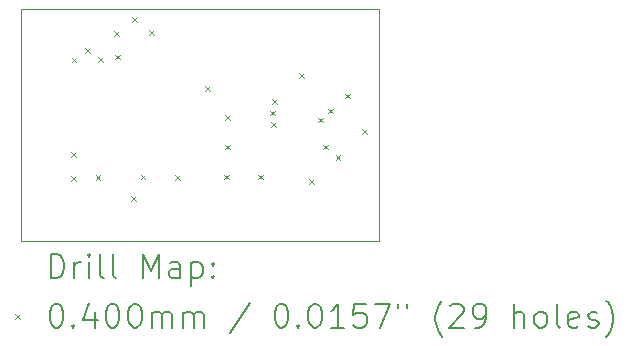
<source format=gbr>
%TF.GenerationSoftware,KiCad,Pcbnew,7.0.8*%
%TF.CreationDate,2024-06-02T10:45:55-04:00*%
%TF.ProjectId,rugby64 jr,72756762-7936-4342-906a-722e6b696361,rev?*%
%TF.SameCoordinates,Original*%
%TF.FileFunction,Drillmap*%
%TF.FilePolarity,Positive*%
%FSLAX45Y45*%
G04 Gerber Fmt 4.5, Leading zero omitted, Abs format (unit mm)*
G04 Created by KiCad (PCBNEW 7.0.8) date 2024-06-02 10:45:55*
%MOMM*%
%LPD*%
G01*
G04 APERTURE LIST*
%ADD10C,0.100000*%
%ADD11C,0.200000*%
%ADD12C,0.040000*%
G04 APERTURE END LIST*
D10*
X1259840Y-1397000D02*
X4297680Y-1397000D01*
X4297680Y-3357880D01*
X1259840Y-3357880D01*
X1259840Y-1397000D01*
D11*
D12*
X1686880Y-2809560D02*
X1726880Y-2849560D01*
X1726880Y-2809560D02*
X1686880Y-2849560D01*
X1690880Y-2607440D02*
X1730880Y-2647440D01*
X1730880Y-2607440D02*
X1690880Y-2647440D01*
X1691960Y-1808800D02*
X1731960Y-1848800D01*
X1731960Y-1808800D02*
X1691960Y-1848800D01*
X1808800Y-1727520D02*
X1848800Y-1767520D01*
X1848800Y-1727520D02*
X1808800Y-1767520D01*
X1895160Y-2804480D02*
X1935160Y-2844480D01*
X1935160Y-2804480D02*
X1895160Y-2844480D01*
X1915480Y-1803720D02*
X1955480Y-1843720D01*
X1955480Y-1803720D02*
X1915480Y-1843720D01*
X2052640Y-1585280D02*
X2092640Y-1625280D01*
X2092640Y-1585280D02*
X2052640Y-1625280D01*
X2062800Y-1783400D02*
X2102800Y-1823400D01*
X2102800Y-1783400D02*
X2062800Y-1823400D01*
X2193349Y-2980998D02*
X2233349Y-3020998D01*
X2233349Y-2980998D02*
X2193349Y-3020998D01*
X2205040Y-1463360D02*
X2245040Y-1503360D01*
X2245040Y-1463360D02*
X2205040Y-1503360D01*
X2276160Y-2799400D02*
X2316160Y-2839400D01*
X2316160Y-2799400D02*
X2276160Y-2839400D01*
X2347280Y-1575120D02*
X2387280Y-1615120D01*
X2387280Y-1575120D02*
X2347280Y-1615120D01*
X2565720Y-2804480D02*
X2605720Y-2844480D01*
X2605720Y-2804480D02*
X2565720Y-2844480D01*
X2819720Y-2052640D02*
X2859720Y-2092640D01*
X2859720Y-2052640D02*
X2819720Y-2092640D01*
X2985950Y-2799400D02*
X3025950Y-2839400D01*
X3025950Y-2799400D02*
X2985950Y-2839400D01*
X2992440Y-2296480D02*
X3032440Y-2336480D01*
X3032440Y-2296480D02*
X2992440Y-2336480D01*
X2992440Y-2545400D02*
X3032440Y-2585400D01*
X3032440Y-2545400D02*
X2992440Y-2585400D01*
X3271840Y-2799400D02*
X3311840Y-2839400D01*
X3311840Y-2799400D02*
X3271840Y-2839400D01*
X3375528Y-2258108D02*
X3415528Y-2298108D01*
X3415528Y-2258108D02*
X3375528Y-2298108D01*
X3381090Y-2357903D02*
X3421090Y-2397903D01*
X3421090Y-2357903D02*
X3381090Y-2397903D01*
X3390726Y-2159320D02*
X3430726Y-2199320D01*
X3430726Y-2159320D02*
X3390726Y-2199320D01*
X3617280Y-1940880D02*
X3657280Y-1980880D01*
X3657280Y-1940880D02*
X3617280Y-1980880D01*
X3703640Y-2834960D02*
X3743640Y-2874960D01*
X3743640Y-2834960D02*
X3703640Y-2874960D01*
X3779840Y-2316800D02*
X3819840Y-2356800D01*
X3819840Y-2316800D02*
X3779840Y-2356800D01*
X3820480Y-2545400D02*
X3860480Y-2585400D01*
X3860480Y-2545400D02*
X3820480Y-2585400D01*
X3861120Y-2240600D02*
X3901120Y-2280600D01*
X3901120Y-2240600D02*
X3861120Y-2280600D01*
X3927160Y-2631760D02*
X3967160Y-2671760D01*
X3967160Y-2631760D02*
X3927160Y-2671760D01*
X4008440Y-2113600D02*
X4048440Y-2153600D01*
X4048440Y-2113600D02*
X4008440Y-2153600D01*
X4150680Y-2413320D02*
X4190680Y-2453320D01*
X4190680Y-2413320D02*
X4150680Y-2453320D01*
D11*
X1515617Y-3674364D02*
X1515617Y-3474364D01*
X1515617Y-3474364D02*
X1563236Y-3474364D01*
X1563236Y-3474364D02*
X1591807Y-3483888D01*
X1591807Y-3483888D02*
X1610855Y-3502935D01*
X1610855Y-3502935D02*
X1620379Y-3521983D01*
X1620379Y-3521983D02*
X1629902Y-3560078D01*
X1629902Y-3560078D02*
X1629902Y-3588649D01*
X1629902Y-3588649D02*
X1620379Y-3626745D01*
X1620379Y-3626745D02*
X1610855Y-3645792D01*
X1610855Y-3645792D02*
X1591807Y-3664840D01*
X1591807Y-3664840D02*
X1563236Y-3674364D01*
X1563236Y-3674364D02*
X1515617Y-3674364D01*
X1715617Y-3674364D02*
X1715617Y-3541030D01*
X1715617Y-3579126D02*
X1725141Y-3560078D01*
X1725141Y-3560078D02*
X1734664Y-3550554D01*
X1734664Y-3550554D02*
X1753712Y-3541030D01*
X1753712Y-3541030D02*
X1772760Y-3541030D01*
X1839426Y-3674364D02*
X1839426Y-3541030D01*
X1839426Y-3474364D02*
X1829902Y-3483888D01*
X1829902Y-3483888D02*
X1839426Y-3493411D01*
X1839426Y-3493411D02*
X1848950Y-3483888D01*
X1848950Y-3483888D02*
X1839426Y-3474364D01*
X1839426Y-3474364D02*
X1839426Y-3493411D01*
X1963236Y-3674364D02*
X1944188Y-3664840D01*
X1944188Y-3664840D02*
X1934664Y-3645792D01*
X1934664Y-3645792D02*
X1934664Y-3474364D01*
X2067998Y-3674364D02*
X2048950Y-3664840D01*
X2048950Y-3664840D02*
X2039426Y-3645792D01*
X2039426Y-3645792D02*
X2039426Y-3474364D01*
X2296569Y-3674364D02*
X2296569Y-3474364D01*
X2296569Y-3474364D02*
X2363236Y-3617221D01*
X2363236Y-3617221D02*
X2429903Y-3474364D01*
X2429903Y-3474364D02*
X2429903Y-3674364D01*
X2610855Y-3674364D02*
X2610855Y-3569602D01*
X2610855Y-3569602D02*
X2601331Y-3550554D01*
X2601331Y-3550554D02*
X2582284Y-3541030D01*
X2582284Y-3541030D02*
X2544188Y-3541030D01*
X2544188Y-3541030D02*
X2525141Y-3550554D01*
X2610855Y-3664840D02*
X2591807Y-3674364D01*
X2591807Y-3674364D02*
X2544188Y-3674364D01*
X2544188Y-3674364D02*
X2525141Y-3664840D01*
X2525141Y-3664840D02*
X2515617Y-3645792D01*
X2515617Y-3645792D02*
X2515617Y-3626745D01*
X2515617Y-3626745D02*
X2525141Y-3607697D01*
X2525141Y-3607697D02*
X2544188Y-3598173D01*
X2544188Y-3598173D02*
X2591807Y-3598173D01*
X2591807Y-3598173D02*
X2610855Y-3588649D01*
X2706093Y-3541030D02*
X2706093Y-3741030D01*
X2706093Y-3550554D02*
X2725141Y-3541030D01*
X2725141Y-3541030D02*
X2763236Y-3541030D01*
X2763236Y-3541030D02*
X2782284Y-3550554D01*
X2782284Y-3550554D02*
X2791807Y-3560078D01*
X2791807Y-3560078D02*
X2801331Y-3579126D01*
X2801331Y-3579126D02*
X2801331Y-3636268D01*
X2801331Y-3636268D02*
X2791807Y-3655316D01*
X2791807Y-3655316D02*
X2782284Y-3664840D01*
X2782284Y-3664840D02*
X2763236Y-3674364D01*
X2763236Y-3674364D02*
X2725141Y-3674364D01*
X2725141Y-3674364D02*
X2706093Y-3664840D01*
X2887045Y-3655316D02*
X2896569Y-3664840D01*
X2896569Y-3664840D02*
X2887045Y-3674364D01*
X2887045Y-3674364D02*
X2877522Y-3664840D01*
X2877522Y-3664840D02*
X2887045Y-3655316D01*
X2887045Y-3655316D02*
X2887045Y-3674364D01*
X2887045Y-3550554D02*
X2896569Y-3560078D01*
X2896569Y-3560078D02*
X2887045Y-3569602D01*
X2887045Y-3569602D02*
X2877522Y-3560078D01*
X2877522Y-3560078D02*
X2887045Y-3550554D01*
X2887045Y-3550554D02*
X2887045Y-3569602D01*
D12*
X1214840Y-3982880D02*
X1254840Y-4022880D01*
X1254840Y-3982880D02*
X1214840Y-4022880D01*
D11*
X1553712Y-3894364D02*
X1572760Y-3894364D01*
X1572760Y-3894364D02*
X1591807Y-3903888D01*
X1591807Y-3903888D02*
X1601331Y-3913411D01*
X1601331Y-3913411D02*
X1610855Y-3932459D01*
X1610855Y-3932459D02*
X1620379Y-3970554D01*
X1620379Y-3970554D02*
X1620379Y-4018173D01*
X1620379Y-4018173D02*
X1610855Y-4056268D01*
X1610855Y-4056268D02*
X1601331Y-4075316D01*
X1601331Y-4075316D02*
X1591807Y-4084840D01*
X1591807Y-4084840D02*
X1572760Y-4094364D01*
X1572760Y-4094364D02*
X1553712Y-4094364D01*
X1553712Y-4094364D02*
X1534664Y-4084840D01*
X1534664Y-4084840D02*
X1525141Y-4075316D01*
X1525141Y-4075316D02*
X1515617Y-4056268D01*
X1515617Y-4056268D02*
X1506093Y-4018173D01*
X1506093Y-4018173D02*
X1506093Y-3970554D01*
X1506093Y-3970554D02*
X1515617Y-3932459D01*
X1515617Y-3932459D02*
X1525141Y-3913411D01*
X1525141Y-3913411D02*
X1534664Y-3903888D01*
X1534664Y-3903888D02*
X1553712Y-3894364D01*
X1706093Y-4075316D02*
X1715617Y-4084840D01*
X1715617Y-4084840D02*
X1706093Y-4094364D01*
X1706093Y-4094364D02*
X1696569Y-4084840D01*
X1696569Y-4084840D02*
X1706093Y-4075316D01*
X1706093Y-4075316D02*
X1706093Y-4094364D01*
X1887045Y-3961030D02*
X1887045Y-4094364D01*
X1839426Y-3884840D02*
X1791807Y-4027697D01*
X1791807Y-4027697D02*
X1915617Y-4027697D01*
X2029902Y-3894364D02*
X2048950Y-3894364D01*
X2048950Y-3894364D02*
X2067998Y-3903888D01*
X2067998Y-3903888D02*
X2077522Y-3913411D01*
X2077522Y-3913411D02*
X2087045Y-3932459D01*
X2087045Y-3932459D02*
X2096569Y-3970554D01*
X2096569Y-3970554D02*
X2096569Y-4018173D01*
X2096569Y-4018173D02*
X2087045Y-4056268D01*
X2087045Y-4056268D02*
X2077522Y-4075316D01*
X2077522Y-4075316D02*
X2067998Y-4084840D01*
X2067998Y-4084840D02*
X2048950Y-4094364D01*
X2048950Y-4094364D02*
X2029902Y-4094364D01*
X2029902Y-4094364D02*
X2010855Y-4084840D01*
X2010855Y-4084840D02*
X2001331Y-4075316D01*
X2001331Y-4075316D02*
X1991807Y-4056268D01*
X1991807Y-4056268D02*
X1982283Y-4018173D01*
X1982283Y-4018173D02*
X1982283Y-3970554D01*
X1982283Y-3970554D02*
X1991807Y-3932459D01*
X1991807Y-3932459D02*
X2001331Y-3913411D01*
X2001331Y-3913411D02*
X2010855Y-3903888D01*
X2010855Y-3903888D02*
X2029902Y-3894364D01*
X2220379Y-3894364D02*
X2239426Y-3894364D01*
X2239426Y-3894364D02*
X2258474Y-3903888D01*
X2258474Y-3903888D02*
X2267998Y-3913411D01*
X2267998Y-3913411D02*
X2277522Y-3932459D01*
X2277522Y-3932459D02*
X2287045Y-3970554D01*
X2287045Y-3970554D02*
X2287045Y-4018173D01*
X2287045Y-4018173D02*
X2277522Y-4056268D01*
X2277522Y-4056268D02*
X2267998Y-4075316D01*
X2267998Y-4075316D02*
X2258474Y-4084840D01*
X2258474Y-4084840D02*
X2239426Y-4094364D01*
X2239426Y-4094364D02*
X2220379Y-4094364D01*
X2220379Y-4094364D02*
X2201331Y-4084840D01*
X2201331Y-4084840D02*
X2191807Y-4075316D01*
X2191807Y-4075316D02*
X2182284Y-4056268D01*
X2182284Y-4056268D02*
X2172760Y-4018173D01*
X2172760Y-4018173D02*
X2172760Y-3970554D01*
X2172760Y-3970554D02*
X2182284Y-3932459D01*
X2182284Y-3932459D02*
X2191807Y-3913411D01*
X2191807Y-3913411D02*
X2201331Y-3903888D01*
X2201331Y-3903888D02*
X2220379Y-3894364D01*
X2372760Y-4094364D02*
X2372760Y-3961030D01*
X2372760Y-3980078D02*
X2382284Y-3970554D01*
X2382284Y-3970554D02*
X2401331Y-3961030D01*
X2401331Y-3961030D02*
X2429903Y-3961030D01*
X2429903Y-3961030D02*
X2448950Y-3970554D01*
X2448950Y-3970554D02*
X2458474Y-3989602D01*
X2458474Y-3989602D02*
X2458474Y-4094364D01*
X2458474Y-3989602D02*
X2467998Y-3970554D01*
X2467998Y-3970554D02*
X2487045Y-3961030D01*
X2487045Y-3961030D02*
X2515617Y-3961030D01*
X2515617Y-3961030D02*
X2534665Y-3970554D01*
X2534665Y-3970554D02*
X2544188Y-3989602D01*
X2544188Y-3989602D02*
X2544188Y-4094364D01*
X2639426Y-4094364D02*
X2639426Y-3961030D01*
X2639426Y-3980078D02*
X2648950Y-3970554D01*
X2648950Y-3970554D02*
X2667998Y-3961030D01*
X2667998Y-3961030D02*
X2696569Y-3961030D01*
X2696569Y-3961030D02*
X2715617Y-3970554D01*
X2715617Y-3970554D02*
X2725141Y-3989602D01*
X2725141Y-3989602D02*
X2725141Y-4094364D01*
X2725141Y-3989602D02*
X2734665Y-3970554D01*
X2734665Y-3970554D02*
X2753712Y-3961030D01*
X2753712Y-3961030D02*
X2782284Y-3961030D01*
X2782284Y-3961030D02*
X2801331Y-3970554D01*
X2801331Y-3970554D02*
X2810855Y-3989602D01*
X2810855Y-3989602D02*
X2810855Y-4094364D01*
X3201331Y-3884840D02*
X3029903Y-4141983D01*
X3458474Y-3894364D02*
X3477522Y-3894364D01*
X3477522Y-3894364D02*
X3496569Y-3903888D01*
X3496569Y-3903888D02*
X3506093Y-3913411D01*
X3506093Y-3913411D02*
X3515617Y-3932459D01*
X3515617Y-3932459D02*
X3525141Y-3970554D01*
X3525141Y-3970554D02*
X3525141Y-4018173D01*
X3525141Y-4018173D02*
X3515617Y-4056268D01*
X3515617Y-4056268D02*
X3506093Y-4075316D01*
X3506093Y-4075316D02*
X3496569Y-4084840D01*
X3496569Y-4084840D02*
X3477522Y-4094364D01*
X3477522Y-4094364D02*
X3458474Y-4094364D01*
X3458474Y-4094364D02*
X3439426Y-4084840D01*
X3439426Y-4084840D02*
X3429903Y-4075316D01*
X3429903Y-4075316D02*
X3420379Y-4056268D01*
X3420379Y-4056268D02*
X3410855Y-4018173D01*
X3410855Y-4018173D02*
X3410855Y-3970554D01*
X3410855Y-3970554D02*
X3420379Y-3932459D01*
X3420379Y-3932459D02*
X3429903Y-3913411D01*
X3429903Y-3913411D02*
X3439426Y-3903888D01*
X3439426Y-3903888D02*
X3458474Y-3894364D01*
X3610855Y-4075316D02*
X3620379Y-4084840D01*
X3620379Y-4084840D02*
X3610855Y-4094364D01*
X3610855Y-4094364D02*
X3601331Y-4084840D01*
X3601331Y-4084840D02*
X3610855Y-4075316D01*
X3610855Y-4075316D02*
X3610855Y-4094364D01*
X3744188Y-3894364D02*
X3763236Y-3894364D01*
X3763236Y-3894364D02*
X3782284Y-3903888D01*
X3782284Y-3903888D02*
X3791807Y-3913411D01*
X3791807Y-3913411D02*
X3801331Y-3932459D01*
X3801331Y-3932459D02*
X3810855Y-3970554D01*
X3810855Y-3970554D02*
X3810855Y-4018173D01*
X3810855Y-4018173D02*
X3801331Y-4056268D01*
X3801331Y-4056268D02*
X3791807Y-4075316D01*
X3791807Y-4075316D02*
X3782284Y-4084840D01*
X3782284Y-4084840D02*
X3763236Y-4094364D01*
X3763236Y-4094364D02*
X3744188Y-4094364D01*
X3744188Y-4094364D02*
X3725141Y-4084840D01*
X3725141Y-4084840D02*
X3715617Y-4075316D01*
X3715617Y-4075316D02*
X3706093Y-4056268D01*
X3706093Y-4056268D02*
X3696569Y-4018173D01*
X3696569Y-4018173D02*
X3696569Y-3970554D01*
X3696569Y-3970554D02*
X3706093Y-3932459D01*
X3706093Y-3932459D02*
X3715617Y-3913411D01*
X3715617Y-3913411D02*
X3725141Y-3903888D01*
X3725141Y-3903888D02*
X3744188Y-3894364D01*
X4001331Y-4094364D02*
X3887046Y-4094364D01*
X3944188Y-4094364D02*
X3944188Y-3894364D01*
X3944188Y-3894364D02*
X3925141Y-3922935D01*
X3925141Y-3922935D02*
X3906093Y-3941983D01*
X3906093Y-3941983D02*
X3887046Y-3951507D01*
X4182284Y-3894364D02*
X4087046Y-3894364D01*
X4087046Y-3894364D02*
X4077522Y-3989602D01*
X4077522Y-3989602D02*
X4087046Y-3980078D01*
X4087046Y-3980078D02*
X4106093Y-3970554D01*
X4106093Y-3970554D02*
X4153712Y-3970554D01*
X4153712Y-3970554D02*
X4172760Y-3980078D01*
X4172760Y-3980078D02*
X4182284Y-3989602D01*
X4182284Y-3989602D02*
X4191807Y-4008649D01*
X4191807Y-4008649D02*
X4191807Y-4056268D01*
X4191807Y-4056268D02*
X4182284Y-4075316D01*
X4182284Y-4075316D02*
X4172760Y-4084840D01*
X4172760Y-4084840D02*
X4153712Y-4094364D01*
X4153712Y-4094364D02*
X4106093Y-4094364D01*
X4106093Y-4094364D02*
X4087046Y-4084840D01*
X4087046Y-4084840D02*
X4077522Y-4075316D01*
X4258474Y-3894364D02*
X4391808Y-3894364D01*
X4391808Y-3894364D02*
X4306093Y-4094364D01*
X4458474Y-3894364D02*
X4458474Y-3932459D01*
X4534665Y-3894364D02*
X4534665Y-3932459D01*
X4829903Y-4170554D02*
X4820379Y-4161030D01*
X4820379Y-4161030D02*
X4801331Y-4132459D01*
X4801331Y-4132459D02*
X4791808Y-4113411D01*
X4791808Y-4113411D02*
X4782284Y-4084840D01*
X4782284Y-4084840D02*
X4772760Y-4037221D01*
X4772760Y-4037221D02*
X4772760Y-3999126D01*
X4772760Y-3999126D02*
X4782284Y-3951507D01*
X4782284Y-3951507D02*
X4791808Y-3922935D01*
X4791808Y-3922935D02*
X4801331Y-3903888D01*
X4801331Y-3903888D02*
X4820379Y-3875316D01*
X4820379Y-3875316D02*
X4829903Y-3865792D01*
X4896570Y-3913411D02*
X4906093Y-3903888D01*
X4906093Y-3903888D02*
X4925141Y-3894364D01*
X4925141Y-3894364D02*
X4972760Y-3894364D01*
X4972760Y-3894364D02*
X4991808Y-3903888D01*
X4991808Y-3903888D02*
X5001331Y-3913411D01*
X5001331Y-3913411D02*
X5010855Y-3932459D01*
X5010855Y-3932459D02*
X5010855Y-3951507D01*
X5010855Y-3951507D02*
X5001331Y-3980078D01*
X5001331Y-3980078D02*
X4887046Y-4094364D01*
X4887046Y-4094364D02*
X5010855Y-4094364D01*
X5106093Y-4094364D02*
X5144189Y-4094364D01*
X5144189Y-4094364D02*
X5163236Y-4084840D01*
X5163236Y-4084840D02*
X5172760Y-4075316D01*
X5172760Y-4075316D02*
X5191808Y-4046745D01*
X5191808Y-4046745D02*
X5201331Y-4008649D01*
X5201331Y-4008649D02*
X5201331Y-3932459D01*
X5201331Y-3932459D02*
X5191808Y-3913411D01*
X5191808Y-3913411D02*
X5182284Y-3903888D01*
X5182284Y-3903888D02*
X5163236Y-3894364D01*
X5163236Y-3894364D02*
X5125141Y-3894364D01*
X5125141Y-3894364D02*
X5106093Y-3903888D01*
X5106093Y-3903888D02*
X5096570Y-3913411D01*
X5096570Y-3913411D02*
X5087046Y-3932459D01*
X5087046Y-3932459D02*
X5087046Y-3980078D01*
X5087046Y-3980078D02*
X5096570Y-3999126D01*
X5096570Y-3999126D02*
X5106093Y-4008649D01*
X5106093Y-4008649D02*
X5125141Y-4018173D01*
X5125141Y-4018173D02*
X5163236Y-4018173D01*
X5163236Y-4018173D02*
X5182284Y-4008649D01*
X5182284Y-4008649D02*
X5191808Y-3999126D01*
X5191808Y-3999126D02*
X5201331Y-3980078D01*
X5439427Y-4094364D02*
X5439427Y-3894364D01*
X5525141Y-4094364D02*
X5525141Y-3989602D01*
X5525141Y-3989602D02*
X5515617Y-3970554D01*
X5515617Y-3970554D02*
X5496570Y-3961030D01*
X5496570Y-3961030D02*
X5467998Y-3961030D01*
X5467998Y-3961030D02*
X5448951Y-3970554D01*
X5448951Y-3970554D02*
X5439427Y-3980078D01*
X5648950Y-4094364D02*
X5629903Y-4084840D01*
X5629903Y-4084840D02*
X5620379Y-4075316D01*
X5620379Y-4075316D02*
X5610855Y-4056268D01*
X5610855Y-4056268D02*
X5610855Y-3999126D01*
X5610855Y-3999126D02*
X5620379Y-3980078D01*
X5620379Y-3980078D02*
X5629903Y-3970554D01*
X5629903Y-3970554D02*
X5648950Y-3961030D01*
X5648950Y-3961030D02*
X5677522Y-3961030D01*
X5677522Y-3961030D02*
X5696570Y-3970554D01*
X5696570Y-3970554D02*
X5706093Y-3980078D01*
X5706093Y-3980078D02*
X5715617Y-3999126D01*
X5715617Y-3999126D02*
X5715617Y-4056268D01*
X5715617Y-4056268D02*
X5706093Y-4075316D01*
X5706093Y-4075316D02*
X5696570Y-4084840D01*
X5696570Y-4084840D02*
X5677522Y-4094364D01*
X5677522Y-4094364D02*
X5648950Y-4094364D01*
X5829903Y-4094364D02*
X5810855Y-4084840D01*
X5810855Y-4084840D02*
X5801331Y-4065792D01*
X5801331Y-4065792D02*
X5801331Y-3894364D01*
X5982284Y-4084840D02*
X5963236Y-4094364D01*
X5963236Y-4094364D02*
X5925141Y-4094364D01*
X5925141Y-4094364D02*
X5906093Y-4084840D01*
X5906093Y-4084840D02*
X5896570Y-4065792D01*
X5896570Y-4065792D02*
X5896570Y-3989602D01*
X5896570Y-3989602D02*
X5906093Y-3970554D01*
X5906093Y-3970554D02*
X5925141Y-3961030D01*
X5925141Y-3961030D02*
X5963236Y-3961030D01*
X5963236Y-3961030D02*
X5982284Y-3970554D01*
X5982284Y-3970554D02*
X5991808Y-3989602D01*
X5991808Y-3989602D02*
X5991808Y-4008649D01*
X5991808Y-4008649D02*
X5896570Y-4027697D01*
X6067998Y-4084840D02*
X6087046Y-4094364D01*
X6087046Y-4094364D02*
X6125141Y-4094364D01*
X6125141Y-4094364D02*
X6144189Y-4084840D01*
X6144189Y-4084840D02*
X6153712Y-4065792D01*
X6153712Y-4065792D02*
X6153712Y-4056268D01*
X6153712Y-4056268D02*
X6144189Y-4037221D01*
X6144189Y-4037221D02*
X6125141Y-4027697D01*
X6125141Y-4027697D02*
X6096570Y-4027697D01*
X6096570Y-4027697D02*
X6077522Y-4018173D01*
X6077522Y-4018173D02*
X6067998Y-3999126D01*
X6067998Y-3999126D02*
X6067998Y-3989602D01*
X6067998Y-3989602D02*
X6077522Y-3970554D01*
X6077522Y-3970554D02*
X6096570Y-3961030D01*
X6096570Y-3961030D02*
X6125141Y-3961030D01*
X6125141Y-3961030D02*
X6144189Y-3970554D01*
X6220379Y-4170554D02*
X6229903Y-4161030D01*
X6229903Y-4161030D02*
X6248951Y-4132459D01*
X6248951Y-4132459D02*
X6258474Y-4113411D01*
X6258474Y-4113411D02*
X6267998Y-4084840D01*
X6267998Y-4084840D02*
X6277522Y-4037221D01*
X6277522Y-4037221D02*
X6277522Y-3999126D01*
X6277522Y-3999126D02*
X6267998Y-3951507D01*
X6267998Y-3951507D02*
X6258474Y-3922935D01*
X6258474Y-3922935D02*
X6248951Y-3903888D01*
X6248951Y-3903888D02*
X6229903Y-3875316D01*
X6229903Y-3875316D02*
X6220379Y-3865792D01*
M02*

</source>
